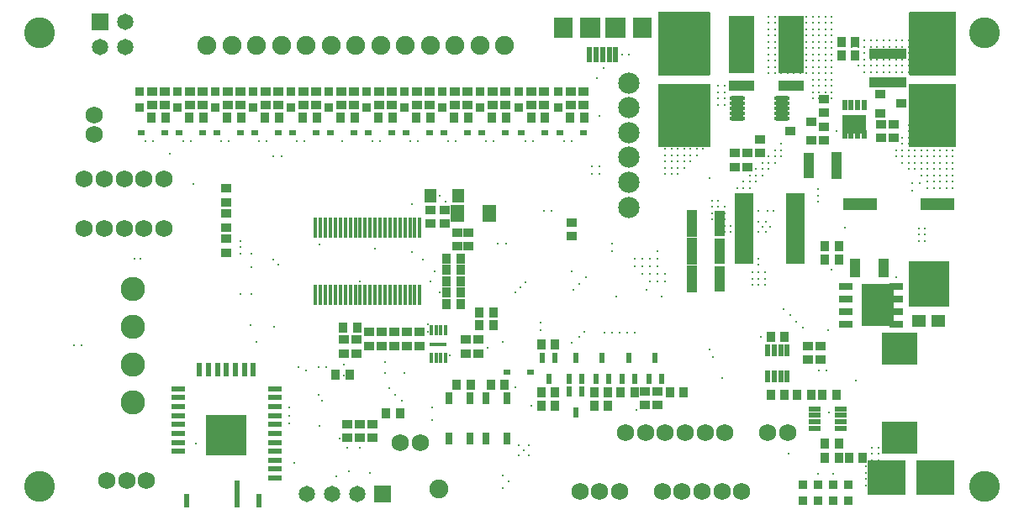
<source format=gts>
G04*
G04 #@! TF.GenerationSoftware,Altium Limited,Altium Designer,18.1.1 (9)*
G04*
G04 Layer_Color=8388736*
%FSAX25Y25*%
%MOIN*%
G70*
G01*
G75*
%ADD19C,0.12205*%
%ADD53R,0.16339X0.18307*%
%ADD54R,0.05709X0.04528*%
%ADD56R,0.04143X0.03356*%
%ADD57R,0.03356X0.04143*%
%ADD58R,0.05301X0.02805*%
%ADD59R,0.04340X0.10836*%
%ADD60R,0.04340X0.10443*%
%ADD61R,0.04931X0.05403*%
%ADD62R,0.02372X0.03947*%
%ADD63R,0.16348X0.16348*%
%ADD64R,0.05718X0.02175*%
%ADD65R,0.02175X0.05718*%
%ADD66R,0.01978X0.10836*%
%ADD67R,0.01584X0.04143*%
%ADD68R,0.06899X0.01387*%
%ADD69R,0.02402X0.04567*%
%ADD70R,0.02568X0.02372*%
%ADD71R,0.04200X0.03800*%
%ADD72R,0.04143X0.07293*%
%ADD73R,0.07293X0.04143*%
%ADD74R,0.10206X0.04104*%
%ADD75R,0.10206X0.22647*%
%ADD76R,0.05324X0.07096*%
%ADD77O,0.01584X0.08080*%
%ADD78R,0.13198X0.04537*%
%ADD79R,0.14379X0.12900*%
%ADD80R,0.04567X0.02402*%
%ADD81R,0.02000X0.06200*%
%ADD82R,0.07700X0.08100*%
%ADD83R,0.08100X0.08100*%
%ADD84R,0.03750X0.03356*%
%ADD85O,0.06112X0.01781*%
%ADD86R,0.02195X0.03592*%
%ADD87R,0.02195X0.04498*%
%ADD88R,0.03159X0.04537*%
%ADD89R,0.07608X0.28159*%
%ADD90R,0.13100X0.16600*%
%ADD91R,0.09261X0.07293*%
%ADD92C,0.06900*%
%ADD93C,0.06506*%
%ADD94R,0.06506X0.06506*%
%ADD95R,0.06506X0.06506*%
%ADD96C,0.09655*%
%ADD97C,0.08474*%
%ADD98C,0.07480*%
%ADD99C,0.07490*%
%ADD100C,0.01200*%
G36*
X0887000Y0735801D02*
X0887047Y0735797D01*
X0887093Y0735786D01*
X0887137Y0735768D01*
X0887177Y0735743D01*
X0887213Y0735713D01*
X0887243Y0735677D01*
X0887268Y0735637D01*
X0887286Y0735593D01*
X0887297Y0735547D01*
X0887301Y0735500D01*
Y0711000D01*
X0887297Y0710953D01*
X0887286Y0710907D01*
X0887268Y0710863D01*
X0887243Y0710823D01*
X0887213Y0710787D01*
X0887177Y0710756D01*
X0887137Y0710732D01*
X0887093Y0710714D01*
X0887047Y0710703D01*
X0887000Y0710699D01*
X0869000D01*
X0868953Y0710703D01*
X0868907Y0710714D01*
X0868863Y0710732D01*
X0868823Y0710756D01*
X0868787Y0710787D01*
X0868756Y0710823D01*
X0868732Y0710863D01*
X0868714Y0710907D01*
X0868703Y0710953D01*
X0868699Y0711000D01*
Y0735500D01*
X0868703Y0735547D01*
X0868714Y0735593D01*
X0868732Y0735637D01*
X0868756Y0735677D01*
X0868787Y0735713D01*
X0868823Y0735744D01*
X0868863Y0735768D01*
X0868907Y0735786D01*
X0868953Y0735797D01*
X0869000Y0735801D01*
X0887000Y0735801D01*
D02*
G37*
G36*
X0789547Y0735797D02*
X0789593Y0735786D01*
X0789637Y0735768D01*
X0789677Y0735744D01*
X0789713Y0735713D01*
X0789744Y0735677D01*
X0789768Y0735637D01*
X0789786Y0735593D01*
X0789797Y0735547D01*
X0789801Y0735500D01*
Y0711000D01*
X0789797Y0710953D01*
X0789786Y0710907D01*
X0789768Y0710863D01*
X0789744Y0710823D01*
X0789713Y0710787D01*
X0789677Y0710756D01*
X0789637Y0710732D01*
X0789593Y0710714D01*
X0789547Y0710703D01*
X0789500Y0710699D01*
X0769500D01*
X0769453Y0710703D01*
X0769407Y0710714D01*
X0769363Y0710732D01*
X0769323Y0710756D01*
X0769287Y0710787D01*
X0769256Y0710823D01*
X0769232Y0710863D01*
X0769214Y0710907D01*
X0769203Y0710953D01*
X0769199Y0711000D01*
Y0735500D01*
X0769203Y0735547D01*
X0769214Y0735593D01*
X0769232Y0735637D01*
X0769256Y0735677D01*
X0769287Y0735713D01*
X0769323Y0735744D01*
X0769363Y0735768D01*
X0769407Y0735786D01*
X0769453Y0735797D01*
X0769500Y0735801D01*
X0789500D01*
X0789547Y0735797D01*
D02*
G37*
G36*
X0887000Y0707301D02*
X0887047Y0707297D01*
X0887093Y0707286D01*
X0887137Y0707268D01*
X0887177Y0707243D01*
X0887213Y0707213D01*
X0887243Y0707177D01*
X0887268Y0707137D01*
X0887286Y0707093D01*
X0887297Y0707047D01*
X0887301Y0707000D01*
Y0682500D01*
X0887297Y0682453D01*
X0887286Y0682407D01*
X0887268Y0682363D01*
X0887243Y0682323D01*
X0887213Y0682287D01*
X0887177Y0682257D01*
X0887137Y0682232D01*
X0887093Y0682214D01*
X0887047Y0682203D01*
X0887000Y0682199D01*
X0869000D01*
X0868953Y0682203D01*
X0868907Y0682214D01*
X0868863Y0682232D01*
X0868823Y0682257D01*
X0868787Y0682287D01*
X0868756Y0682323D01*
X0868732Y0682363D01*
X0868714Y0682407D01*
X0868703Y0682453D01*
X0868699Y0682500D01*
Y0707000D01*
X0868703Y0707047D01*
X0868714Y0707093D01*
X0868732Y0707137D01*
X0868756Y0707177D01*
X0868787Y0707213D01*
X0868823Y0707243D01*
X0868863Y0707268D01*
X0868907Y0707286D01*
X0868953Y0707297D01*
X0869000Y0707301D01*
X0887000Y0707301D01*
D02*
G37*
G36*
X0789547Y0707297D02*
X0789593Y0707286D01*
X0789637Y0707268D01*
X0789677Y0707243D01*
X0789713Y0707213D01*
X0789744Y0707177D01*
X0789768Y0707137D01*
X0789786Y0707093D01*
X0789797Y0707047D01*
X0789801Y0707000D01*
X0789801Y0682500D01*
X0789797Y0682453D01*
X0789786Y0682407D01*
X0789768Y0682363D01*
X0789744Y0682323D01*
X0789713Y0682287D01*
X0789677Y0682257D01*
X0789637Y0682232D01*
X0789593Y0682214D01*
X0789547Y0682203D01*
X0789500Y0682199D01*
X0769500D01*
X0769453Y0682203D01*
X0769407Y0682214D01*
X0769363Y0682232D01*
X0769323Y0682257D01*
X0769287Y0682287D01*
X0769256Y0682323D01*
X0769232Y0682363D01*
X0769214Y0682407D01*
X0769203Y0682453D01*
X0769199Y0682500D01*
Y0707000D01*
X0769203Y0707047D01*
X0769214Y0707093D01*
X0769232Y0707137D01*
X0769256Y0707177D01*
X0769287Y0707213D01*
X0769323Y0707243D01*
X0769363Y0707268D01*
X0769407Y0707286D01*
X0769453Y0707297D01*
X0769500Y0707301D01*
X0789500D01*
X0789547Y0707297D01*
D02*
G37*
G36*
X0886297Y0557797D02*
X0886343Y0557786D01*
X0886387Y0557768D01*
X0886427Y0557744D01*
X0886463Y0557713D01*
X0886493Y0557677D01*
X0886518Y0557637D01*
X0886536Y0557593D01*
X0886547Y0557547D01*
X0886551Y0557500D01*
Y0544500D01*
X0886547Y0544453D01*
X0886536Y0544407D01*
X0886518Y0544363D01*
X0886493Y0544323D01*
X0886463Y0544287D01*
X0886427Y0544256D01*
X0886387Y0544232D01*
X0886343Y0544214D01*
X0886297Y0544203D01*
X0886250Y0544199D01*
X0871750D01*
X0871703Y0544203D01*
X0871657Y0544214D01*
X0871613Y0544232D01*
X0871573Y0544256D01*
X0871537Y0544287D01*
X0871507Y0544323D01*
X0871482Y0544363D01*
X0871464Y0544407D01*
X0871453Y0544453D01*
X0871449Y0544500D01*
Y0557500D01*
X0871453Y0557547D01*
X0871464Y0557593D01*
X0871482Y0557637D01*
X0871507Y0557677D01*
X0871537Y0557713D01*
X0871573Y0557744D01*
X0871613Y0557768D01*
X0871657Y0557786D01*
X0871703Y0557797D01*
X0871750Y0557801D01*
X0886250D01*
X0886297Y0557797D01*
D02*
G37*
G36*
X0867047D02*
X0867093Y0557786D01*
X0867137Y0557768D01*
X0867177Y0557744D01*
X0867213Y0557713D01*
X0867243Y0557677D01*
X0867268Y0557637D01*
X0867286Y0557593D01*
X0867297Y0557547D01*
X0867301Y0557500D01*
Y0544500D01*
X0867297Y0544453D01*
X0867286Y0544407D01*
X0867268Y0544363D01*
X0867243Y0544323D01*
X0867213Y0544287D01*
X0867177Y0544256D01*
X0867137Y0544232D01*
X0867093Y0544214D01*
X0867047Y0544203D01*
X0867000Y0544199D01*
X0852500D01*
X0852453Y0544203D01*
X0852407Y0544214D01*
X0852363Y0544232D01*
X0852323Y0544256D01*
X0852287Y0544287D01*
X0852256Y0544323D01*
X0852232Y0544363D01*
X0852214Y0544407D01*
X0852203Y0544453D01*
X0852199Y0544500D01*
X0852199Y0557500D01*
X0852203Y0557547D01*
X0852214Y0557593D01*
X0852232Y0557637D01*
X0852256Y0557677D01*
X0852287Y0557713D01*
X0852323Y0557744D01*
X0852363Y0557768D01*
X0852407Y0557786D01*
X0852453Y0557797D01*
X0852500Y0557801D01*
X0867000D01*
X0867047Y0557797D01*
D02*
G37*
D19*
X0898500Y0727500D02*
D03*
Y0547500D02*
D03*
X0524000D02*
D03*
Y0727500D02*
D03*
D53*
X0876500Y0627937D02*
D03*
D54*
X0872622Y0613173D02*
D03*
X0880378D02*
D03*
D56*
X0656000Y0566744D02*
D03*
Y0572256D02*
D03*
X0862500Y0691256D02*
D03*
Y0685744D02*
D03*
X0734500Y0704256D02*
D03*
Y0698744D02*
D03*
X0719000Y0704256D02*
D03*
Y0698744D02*
D03*
X0703500Y0704256D02*
D03*
Y0698744D02*
D03*
X0688500Y0704256D02*
D03*
Y0698744D02*
D03*
X0673500Y0704256D02*
D03*
Y0698744D02*
D03*
X0658500Y0704256D02*
D03*
Y0698744D02*
D03*
X0643500Y0704256D02*
D03*
Y0698744D02*
D03*
X0628500Y0704256D02*
D03*
Y0698744D02*
D03*
X0613500Y0704256D02*
D03*
Y0698744D02*
D03*
X0598500Y0704256D02*
D03*
Y0698744D02*
D03*
X0583500Y0704256D02*
D03*
Y0698744D02*
D03*
X0568500Y0704256D02*
D03*
Y0698744D02*
D03*
X0739500D02*
D03*
Y0704256D02*
D03*
X0724000Y0698744D02*
D03*
Y0704256D02*
D03*
X0708500Y0698744D02*
D03*
Y0704256D02*
D03*
X0693500Y0698744D02*
D03*
Y0704256D02*
D03*
X0678500Y0698744D02*
D03*
Y0704256D02*
D03*
X0663500Y0698744D02*
D03*
Y0704256D02*
D03*
X0648500Y0698744D02*
D03*
Y0704256D02*
D03*
X0633500Y0698744D02*
D03*
Y0704256D02*
D03*
X0618500Y0698744D02*
D03*
Y0704256D02*
D03*
X0603500Y0698744D02*
D03*
Y0704256D02*
D03*
X0588500Y0698744D02*
D03*
Y0704256D02*
D03*
X0573500Y0698744D02*
D03*
Y0704256D02*
D03*
X0679000Y0657256D02*
D03*
Y0651744D02*
D03*
X0684500D02*
D03*
Y0657256D02*
D03*
X0646000Y0566744D02*
D03*
X0646000Y0572256D02*
D03*
X0651000Y0566744D02*
D03*
Y0572256D02*
D03*
X0698000Y0600244D02*
D03*
Y0605756D02*
D03*
X0659500Y0603244D02*
D03*
Y0608756D02*
D03*
X0674500D02*
D03*
Y0603244D02*
D03*
X0644500Y0605756D02*
D03*
Y0600244D02*
D03*
X0598000Y0660244D02*
D03*
Y0665756D02*
D03*
Y0650244D02*
D03*
Y0655756D02*
D03*
Y0640244D02*
D03*
Y0645756D02*
D03*
X0735000Y0646744D02*
D03*
Y0652256D02*
D03*
X0689500Y0642744D02*
D03*
Y0648256D02*
D03*
X0694000Y0642744D02*
D03*
Y0648256D02*
D03*
X0693000Y0605756D02*
D03*
Y0600244D02*
D03*
X0769000Y0585256D02*
D03*
X0769000Y0579744D02*
D03*
X0764000D02*
D03*
Y0585256D02*
D03*
X0833500Y0603256D02*
D03*
Y0597744D02*
D03*
X0828500Y0603256D02*
D03*
Y0597744D02*
D03*
X0835000Y0684744D02*
D03*
Y0690256D02*
D03*
X0857500Y0685744D02*
D03*
Y0691256D02*
D03*
X0804500Y0679756D02*
D03*
Y0674244D02*
D03*
X0799500Y0679756D02*
D03*
Y0674244D02*
D03*
X0664500Y0608756D02*
D03*
Y0603244D02*
D03*
X0669500Y0608756D02*
D03*
Y0603244D02*
D03*
X0835000Y0701256D02*
D03*
Y0695744D02*
D03*
X0809500Y0685256D02*
D03*
Y0679744D02*
D03*
X0649500Y0600244D02*
D03*
Y0605756D02*
D03*
X0654500Y0603244D02*
D03*
Y0608756D02*
D03*
D57*
X0666756Y0576500D02*
D03*
X0661244D02*
D03*
X0739756Y0694000D02*
D03*
X0734244D02*
D03*
X0724256D02*
D03*
X0718744D02*
D03*
X0708756D02*
D03*
X0703244D02*
D03*
X0693756D02*
D03*
X0688244D02*
D03*
X0678756D02*
D03*
X0673244D02*
D03*
X0663756D02*
D03*
X0658244D02*
D03*
X0648756D02*
D03*
X0643244D02*
D03*
X0633756D02*
D03*
X0628244D02*
D03*
X0618756D02*
D03*
X0613244D02*
D03*
X0603756D02*
D03*
X0598244D02*
D03*
X0588756D02*
D03*
X0583244D02*
D03*
X0573756D02*
D03*
X0568244D02*
D03*
X0685244Y0638000D02*
D03*
X0690756D02*
D03*
X0689244Y0588000D02*
D03*
X0694756D02*
D03*
X0708256D02*
D03*
X0702744D02*
D03*
X0641244Y0592000D02*
D03*
X0646756Y0592000D02*
D03*
X0698244Y0611500D02*
D03*
X0703756D02*
D03*
Y0616500D02*
D03*
X0698244D02*
D03*
X0690756Y0620000D02*
D03*
X0685244D02*
D03*
X0819256Y0584000D02*
D03*
X0813744D02*
D03*
X0819256Y0607000D02*
D03*
X0813744D02*
D03*
X0754244Y0585000D02*
D03*
X0759756D02*
D03*
X0722744Y0579500D02*
D03*
X0728256D02*
D03*
X0722744Y0604000D02*
D03*
X0728256D02*
D03*
X0722744Y0585000D02*
D03*
X0728256D02*
D03*
X0749256Y0579500D02*
D03*
X0743744D02*
D03*
Y0585000D02*
D03*
X0749256D02*
D03*
X0779256D02*
D03*
X0773744D02*
D03*
X0850256Y0559000D02*
D03*
X0844744D02*
D03*
X0685244Y0629000D02*
D03*
X0690756D02*
D03*
X0649756Y0610500D02*
D03*
X0644244D02*
D03*
X0840756Y0643000D02*
D03*
X0835244D02*
D03*
Y0637500D02*
D03*
X0840756D02*
D03*
X0841744Y0724000D02*
D03*
X0847256D02*
D03*
X0829756Y0584000D02*
D03*
X0824244D02*
D03*
X0690756Y0624500D02*
D03*
X0685244D02*
D03*
X0690756Y0633500D02*
D03*
X0685244D02*
D03*
X0841744Y0718500D02*
D03*
X0847256D02*
D03*
X0839756Y0584000D02*
D03*
X0834244D02*
D03*
X0840756Y0564500D02*
D03*
X0835244D02*
D03*
X0840756Y0559000D02*
D03*
X0835244D02*
D03*
D58*
X0863451Y0612000D02*
D03*
Y0617000D02*
D03*
Y0622000D02*
D03*
Y0627000D02*
D03*
X0843549Y0612000D02*
D03*
Y0617000D02*
D03*
Y0622000D02*
D03*
Y0627000D02*
D03*
D59*
X0782488Y0641000D02*
D03*
X0840012Y0675000D02*
D03*
X0782488Y0652000D02*
D03*
Y0630000D02*
D03*
D60*
X0793512Y0641000D02*
D03*
X0828988Y0675000D02*
D03*
X0793512Y0652000D02*
D03*
Y0630000D02*
D03*
D61*
X0678988Y0663000D02*
D03*
X0690012D02*
D03*
D62*
X0736500Y0576846D02*
D03*
X0733941Y0585154D02*
D03*
X0739059D02*
D03*
X0725819Y0590346D02*
D03*
X0723260Y0598654D02*
D03*
X0728378D02*
D03*
X0736500D02*
D03*
X0739059Y0590346D02*
D03*
X0733941D02*
D03*
X0747000Y0598654D02*
D03*
X0749559Y0590346D02*
D03*
X0744441D02*
D03*
X0754941D02*
D03*
X0760059D02*
D03*
X0757500Y0598654D02*
D03*
X0765441Y0590346D02*
D03*
X0770559D02*
D03*
X0768000Y0598654D02*
D03*
D63*
X0598000Y0568000D02*
D03*
D64*
X0617095Y0550874D02*
D03*
Y0554417D02*
D03*
Y0557961D02*
D03*
Y0561504D02*
D03*
Y0565047D02*
D03*
Y0568590D02*
D03*
Y0572134D02*
D03*
Y0575677D02*
D03*
Y0579220D02*
D03*
Y0582764D02*
D03*
Y0586307D02*
D03*
X0578905D02*
D03*
Y0582764D02*
D03*
Y0579220D02*
D03*
Y0575677D02*
D03*
Y0572134D02*
D03*
Y0568590D02*
D03*
Y0565047D02*
D03*
Y0561504D02*
D03*
D65*
X0587370Y0593984D02*
D03*
X0590913D02*
D03*
X0594457D02*
D03*
X0598000D02*
D03*
X0601543D02*
D03*
X0605087D02*
D03*
X0608630D02*
D03*
X0610795Y0542016D02*
D03*
X0582252D02*
D03*
D66*
X0602134Y0544575D02*
D03*
D67*
X0679094Y0598500D02*
D03*
X0681063D02*
D03*
X0683031D02*
D03*
X0685000D02*
D03*
X0679094Y0609484D02*
D03*
X0681063D02*
D03*
X0683032D02*
D03*
X0685000D02*
D03*
D68*
X0682047Y0603992D02*
D03*
D69*
X0820339Y0601618D02*
D03*
X0817780D02*
D03*
X0815221D02*
D03*
Y0591382D02*
D03*
X0817780D02*
D03*
X0820339D02*
D03*
X0812661D02*
D03*
Y0601618D02*
D03*
D70*
X0709374Y0593000D02*
D03*
X0718626D02*
D03*
X0573626Y0688000D02*
D03*
X0564374D02*
D03*
X0739626D02*
D03*
X0730374D02*
D03*
X0724126D02*
D03*
X0714874D02*
D03*
X0708626D02*
D03*
X0699374D02*
D03*
X0693626D02*
D03*
X0684374D02*
D03*
X0678626D02*
D03*
X0669374D02*
D03*
X0663626D02*
D03*
X0654374D02*
D03*
X0648626D02*
D03*
X0639374D02*
D03*
X0633626D02*
D03*
X0624374D02*
D03*
X0618626D02*
D03*
X0609374D02*
D03*
X0603626D02*
D03*
X0594374D02*
D03*
X0588626D02*
D03*
X0579374D02*
D03*
D71*
X0857063Y0703240D02*
D03*
Y0695700D02*
D03*
X0865400Y0699500D02*
D03*
X0829937Y0684760D02*
D03*
Y0692300D02*
D03*
X0821600Y0688500D02*
D03*
D72*
X0847291Y0634100D02*
D03*
X0858709D02*
D03*
D73*
X0856500Y0707791D02*
D03*
Y0719209D02*
D03*
X0864000Y0707791D02*
D03*
Y0719209D02*
D03*
D74*
X0802236Y0706724D02*
D03*
X0821764D02*
D03*
D75*
Y0723004D02*
D03*
X0802236D02*
D03*
D76*
X0689701Y0656000D02*
D03*
X0702299D02*
D03*
D77*
X0633331Y0623713D02*
D03*
X0635299D02*
D03*
X0637268D02*
D03*
X0639236D02*
D03*
X0641205D02*
D03*
X0643173D02*
D03*
X0645142D02*
D03*
X0647110D02*
D03*
X0649079D02*
D03*
X0651047D02*
D03*
X0653016D02*
D03*
X0654984D02*
D03*
X0656953D02*
D03*
X0658921D02*
D03*
X0660890D02*
D03*
X0662858D02*
D03*
X0664827D02*
D03*
X0666795D02*
D03*
X0668764D02*
D03*
X0670732D02*
D03*
X0672701D02*
D03*
X0674669D02*
D03*
X0633331Y0650287D02*
D03*
X0635299D02*
D03*
X0637268D02*
D03*
X0639236D02*
D03*
X0641205D02*
D03*
X0643173D02*
D03*
X0645142D02*
D03*
X0647110D02*
D03*
X0649079D02*
D03*
X0651047D02*
D03*
X0653016D02*
D03*
X0654984D02*
D03*
X0656953D02*
D03*
X0658921D02*
D03*
X0660890D02*
D03*
X0662858D02*
D03*
X0664827D02*
D03*
X0666795D02*
D03*
X0668764D02*
D03*
X0670732D02*
D03*
X0672701D02*
D03*
X0674669D02*
D03*
D78*
X0879854Y0659500D02*
D03*
X0849146D02*
D03*
D79*
X0865000Y0602100D02*
D03*
Y0566900D02*
D03*
D80*
X0831382Y0578339D02*
D03*
Y0575780D02*
D03*
Y0573220D02*
D03*
X0841618D02*
D03*
Y0575780D02*
D03*
Y0578339D02*
D03*
Y0570661D02*
D03*
X0831382D02*
D03*
D81*
X0752370Y0719000D02*
D03*
X0742052D02*
D03*
X0749811D02*
D03*
X0747252D02*
D03*
X0744652D02*
D03*
D82*
X0763000Y0729500D02*
D03*
X0731452D02*
D03*
D83*
X0752252D02*
D03*
X0742252D02*
D03*
D84*
X0826500Y0548150D02*
D03*
X0826500Y0541850D02*
D03*
X0838500Y0548150D02*
D03*
X0838500Y0541850D02*
D03*
X0844500Y0548150D02*
D03*
Y0541850D02*
D03*
X0832500Y0548150D02*
D03*
Y0541850D02*
D03*
X0563500Y0697850D02*
D03*
Y0704150D02*
D03*
X0578500Y0697850D02*
D03*
Y0704150D02*
D03*
X0593500Y0697850D02*
D03*
Y0704150D02*
D03*
X0608500Y0697850D02*
D03*
Y0704150D02*
D03*
X0623500Y0697850D02*
D03*
Y0704150D02*
D03*
X0638500Y0697850D02*
D03*
Y0704150D02*
D03*
X0653500Y0697850D02*
D03*
Y0704150D02*
D03*
X0668500Y0697850D02*
D03*
Y0704150D02*
D03*
X0683500Y0697850D02*
D03*
Y0704150D02*
D03*
X0698500Y0697850D02*
D03*
Y0704150D02*
D03*
X0714000Y0697850D02*
D03*
Y0704150D02*
D03*
X0729500Y0697850D02*
D03*
Y0704150D02*
D03*
D85*
X0800642Y0701437D02*
D03*
Y0699469D02*
D03*
Y0697500D02*
D03*
Y0695531D02*
D03*
Y0693563D02*
D03*
X0818358Y0701437D02*
D03*
Y0699469D02*
D03*
Y0697500D02*
D03*
Y0695531D02*
D03*
Y0693563D02*
D03*
D86*
X0843102Y0687198D02*
D03*
X0845701D02*
D03*
X0848299D02*
D03*
X0850898D02*
D03*
D87*
X0843102Y0698950D02*
D03*
X0845701D02*
D03*
X0848299D02*
D03*
X0850898D02*
D03*
D88*
X0694634Y0582571D02*
D03*
X0686366D02*
D03*
X0694634Y0566429D02*
D03*
X0686366D02*
D03*
X0709134Y0582571D02*
D03*
X0700866D02*
D03*
X0709134Y0566429D02*
D03*
X0700866D02*
D03*
D89*
X0823657Y0650000D02*
D03*
X0803343D02*
D03*
D90*
X0856250Y0619500D02*
D03*
D91*
X0847000Y0691135D02*
D03*
D92*
X0674874Y0565000D02*
D03*
X0667000D02*
D03*
X0753874Y0545500D02*
D03*
X0738126D02*
D03*
X0746000D02*
D03*
X0795685Y0569000D02*
D03*
X0787811D02*
D03*
X0779937D02*
D03*
X0772037D02*
D03*
X0764137D02*
D03*
X0756263D02*
D03*
X0770752Y0545500D02*
D03*
X0778626D02*
D03*
X0786500D02*
D03*
X0794400D02*
D03*
X0802300D02*
D03*
X0573248Y0650000D02*
D03*
X0565374D02*
D03*
X0557500D02*
D03*
X0549600D02*
D03*
X0541700D02*
D03*
X0573248Y0669500D02*
D03*
X0565374D02*
D03*
X0557500D02*
D03*
X0549600D02*
D03*
X0541700D02*
D03*
X0550626Y0550000D02*
D03*
X0566374D02*
D03*
X0558500D02*
D03*
X0812563Y0569000D02*
D03*
X0820437D02*
D03*
X0545500Y0687126D02*
D03*
Y0695000D02*
D03*
D93*
X0558000Y0722000D02*
D03*
X0548000D02*
D03*
X0558000Y0732000D02*
D03*
X0630000Y0544500D02*
D03*
X0640000D02*
D03*
X0650000D02*
D03*
D94*
X0548000Y0732000D02*
D03*
D95*
X0660000Y0544500D02*
D03*
D96*
X0561000Y0626000D02*
D03*
Y0611000D02*
D03*
Y0596000D02*
D03*
Y0581000D02*
D03*
D97*
X0757500Y0707606D02*
D03*
Y0697764D02*
D03*
Y0687921D02*
D03*
Y0678079D02*
D03*
Y0668236D02*
D03*
Y0658394D02*
D03*
D98*
X0682085Y0546500D02*
D03*
D99*
X0590260Y0722500D02*
D03*
X0600102D02*
D03*
X0609945D02*
D03*
X0619787D02*
D03*
X0629630D02*
D03*
X0639472D02*
D03*
X0649315D02*
D03*
X0659157D02*
D03*
X0669000D02*
D03*
X0678843D02*
D03*
X0688685D02*
D03*
X0698528D02*
D03*
X0708370D02*
D03*
D100*
X0655000Y0553000D02*
D03*
X0661500Y0576500D02*
D03*
X0656000Y0572500D02*
D03*
X0760500Y0578000D02*
D03*
X0856500Y0563000D02*
D03*
X0854000D02*
D03*
Y0545500D02*
D03*
X0856500D02*
D03*
X0851500Y0548000D02*
D03*
X0851500Y0550500D02*
D03*
Y0558000D02*
D03*
X0851500Y0555500D02*
D03*
Y0553000D02*
D03*
X0854000Y0548000D02*
D03*
Y0550500D02*
D03*
Y0558000D02*
D03*
Y0555500D02*
D03*
Y0553000D02*
D03*
X0856500Y0548000D02*
D03*
Y0550500D02*
D03*
Y0558000D02*
D03*
Y0555500D02*
D03*
Y0553000D02*
D03*
X0851500Y0560500D02*
D03*
X0854000D02*
D03*
X0856500D02*
D03*
X0722500Y0609500D02*
D03*
Y0612500D02*
D03*
X0735000Y0633000D02*
D03*
X0740500Y0630500D02*
D03*
X0738000Y0628000D02*
D03*
X0735500Y0625500D02*
D03*
X0707500Y0552000D02*
D03*
X0710000Y0549500D02*
D03*
X0707500Y0547000D02*
D03*
X0540500Y0603500D02*
D03*
X0537500D02*
D03*
X0564000Y0638000D02*
D03*
X0585000Y0667500D02*
D03*
X0863500Y0678500D02*
D03*
Y0681000D02*
D03*
X0866000Y0686000D02*
D03*
Y0683500D02*
D03*
X0868500Y0691000D02*
D03*
Y0688500D02*
D03*
X0866000Y0681000D02*
D03*
Y0678500D02*
D03*
Y0676000D02*
D03*
X0870000Y0665000D02*
D03*
X0840000Y0688500D02*
D03*
X0870013Y0667987D02*
D03*
X0760000Y0638000D02*
D03*
Y0635000D02*
D03*
X0766000Y0629000D02*
D03*
X0769000D02*
D03*
X0772000D02*
D03*
Y0632000D02*
D03*
X0626500Y0595000D02*
D03*
X0608000Y0634500D02*
D03*
X0644500Y0596000D02*
D03*
X0608000Y0624000D02*
D03*
X0603500D02*
D03*
X0598000Y0650500D02*
D03*
X0754000Y0608500D02*
D03*
X0712500Y0624500D02*
D03*
X0760000Y0608500D02*
D03*
X0716500Y0628500D02*
D03*
X0757000Y0608500D02*
D03*
X0714500Y0626500D02*
D03*
X0813000Y0678500D02*
D03*
X0818000Y0683500D02*
D03*
Y0681000D02*
D03*
Y0678500D02*
D03*
X0846000Y0722000D02*
D03*
Y0719500D02*
D03*
Y0717000D02*
D03*
X0848500Y0714500D02*
D03*
X0851000Y0712000D02*
D03*
X0848500Y0717000D02*
D03*
Y0719500D02*
D03*
X0873500Y0734500D02*
D03*
Y0732000D02*
D03*
Y0729500D02*
D03*
X0561500Y0638000D02*
D03*
X0838000Y0633500D02*
D03*
X0794500Y0590500D02*
D03*
X0657000Y0642000D02*
D03*
X0795500Y0699000D02*
D03*
X0793000D02*
D03*
X0795500Y0701500D02*
D03*
X0793000D02*
D03*
Y0704000D02*
D03*
X0795500D02*
D03*
Y0706500D02*
D03*
X0793000D02*
D03*
X0832500Y0660500D02*
D03*
Y0663000D02*
D03*
Y0665500D02*
D03*
X0772000Y0699000D02*
D03*
X0748000Y0608500D02*
D03*
X0740000Y0609000D02*
D03*
X0738000Y0607000D02*
D03*
X0751000Y0608500D02*
D03*
X0810000Y0607000D02*
D03*
X0755000Y0591000D02*
D03*
X0719000Y0579500D02*
D03*
X0689500Y0648500D02*
D03*
X0694000D02*
D03*
X0763000Y0732000D02*
D03*
X0765500D02*
D03*
Y0729500D02*
D03*
X0763000Y0727000D02*
D03*
X0765500D02*
D03*
X0763000Y0729500D02*
D03*
X0760500Y0732000D02*
D03*
Y0727000D02*
D03*
Y0729500D02*
D03*
X0789500Y0670000D02*
D03*
X0777000Y0671500D02*
D03*
X0779500Y0674000D02*
D03*
X0782000Y0676500D02*
D03*
X0784500Y0679000D02*
D03*
X0787000Y0681500D02*
D03*
X0789500Y0684000D02*
D03*
X0876000Y0666000D02*
D03*
X0868500Y0673500D02*
D03*
X0876000Y0668500D02*
D03*
X0878500Y0666000D02*
D03*
Y0668500D02*
D03*
X0876000Y0671000D02*
D03*
X0873500D02*
D03*
X0871000Y0673500D02*
D03*
X0868500Y0676000D02*
D03*
X0873000Y0668000D02*
D03*
X0868500Y0686000D02*
D03*
X0871000Y0691000D02*
D03*
X0873500Y0693500D02*
D03*
Y0696000D02*
D03*
Y0698500D02*
D03*
Y0701000D02*
D03*
Y0703500D02*
D03*
Y0706000D02*
D03*
X0813000Y0714000D02*
D03*
Y0711500D02*
D03*
Y0734000D02*
D03*
Y0731500D02*
D03*
Y0729000D02*
D03*
Y0726500D02*
D03*
Y0724000D02*
D03*
Y0721500D02*
D03*
Y0719000D02*
D03*
Y0716500D02*
D03*
X0838000Y0724000D02*
D03*
X0815500Y0711500D02*
D03*
Y0714000D02*
D03*
Y0716500D02*
D03*
Y0724000D02*
D03*
Y0726500D02*
D03*
Y0729000D02*
D03*
Y0719000D02*
D03*
Y0721500D02*
D03*
Y0731500D02*
D03*
Y0734000D02*
D03*
X0878500Y0671000D02*
D03*
X0868500Y0678500D02*
D03*
Y0681000D02*
D03*
Y0683500D02*
D03*
X0815500Y0681000D02*
D03*
Y0678500D02*
D03*
Y0676000D02*
D03*
X0810500D02*
D03*
X0813000D02*
D03*
Y0673500D02*
D03*
X0808000D02*
D03*
X0810500D02*
D03*
Y0671000D02*
D03*
X0808000D02*
D03*
Y0668500D02*
D03*
X0805500Y0671000D02*
D03*
X0803000Y0668500D02*
D03*
X0805500D02*
D03*
X0800500Y0666000D02*
D03*
X0803000D02*
D03*
X0805500D02*
D03*
X0881000Y0671000D02*
D03*
X0883500D02*
D03*
X0886000D02*
D03*
X0881000Y0668500D02*
D03*
X0883500D02*
D03*
X0886000D02*
D03*
Y0666000D02*
D03*
X0883500D02*
D03*
X0881000D02*
D03*
X0752500Y0623000D02*
D03*
X0709000Y0644000D02*
D03*
X0705500D02*
D03*
X0728500Y0598500D02*
D03*
X0671500Y0640500D02*
D03*
X0678000Y0609000D02*
D03*
Y0612000D02*
D03*
X0707500Y0605000D02*
D03*
X0701500Y0602500D02*
D03*
X0872500Y0650000D02*
D03*
X0586000Y0564500D02*
D03*
X0772000Y0671500D02*
D03*
Y0674000D02*
D03*
Y0676500D02*
D03*
X0774500Y0671500D02*
D03*
X0789500Y0686500D02*
D03*
Y0689000D02*
D03*
Y0691500D02*
D03*
Y0704000D02*
D03*
Y0701500D02*
D03*
Y0699000D02*
D03*
Y0696500D02*
D03*
Y0694000D02*
D03*
Y0706500D02*
D03*
X0784500Y0681500D02*
D03*
X0782000D02*
D03*
Y0679000D02*
D03*
X0777000Y0674000D02*
D03*
X0779500Y0676500D02*
D03*
X0777000D02*
D03*
X0779500Y0679000D02*
D03*
X0777000D02*
D03*
X0779500Y0681500D02*
D03*
X0777000D02*
D03*
X0774500Y0674000D02*
D03*
Y0676500D02*
D03*
Y0679000D02*
D03*
X0772000D02*
D03*
X0774500Y0681500D02*
D03*
X0772000D02*
D03*
X0787000Y0706500D02*
D03*
X0784500D02*
D03*
X0782000D02*
D03*
X0779500D02*
D03*
X0772000Y0704000D02*
D03*
X0774500Y0699000D02*
D03*
Y0701500D02*
D03*
X0772000D02*
D03*
X0774500Y0704000D02*
D03*
Y0706500D02*
D03*
X0772000D02*
D03*
Y0696500D02*
D03*
X0774500D02*
D03*
X0772000Y0694000D02*
D03*
X0774500D02*
D03*
X0772000Y0691500D02*
D03*
X0774500D02*
D03*
X0772000Y0689000D02*
D03*
X0774500D02*
D03*
X0772000Y0686500D02*
D03*
X0774500D02*
D03*
X0772000Y0684000D02*
D03*
X0774500D02*
D03*
X0777000Y0706500D02*
D03*
Y0694000D02*
D03*
X0779500D02*
D03*
X0782000D02*
D03*
X0784500D02*
D03*
X0787000D02*
D03*
Y0696500D02*
D03*
X0784500D02*
D03*
X0782000D02*
D03*
X0779500D02*
D03*
X0777000D02*
D03*
X0787000Y0699000D02*
D03*
X0784500D02*
D03*
X0782000D02*
D03*
X0779500D02*
D03*
X0777000D02*
D03*
X0787000Y0701500D02*
D03*
X0784500D02*
D03*
X0782000D02*
D03*
X0779500D02*
D03*
X0777000D02*
D03*
X0787000Y0704000D02*
D03*
X0784500D02*
D03*
X0782000D02*
D03*
X0779500D02*
D03*
X0777000D02*
D03*
Y0691500D02*
D03*
X0779500D02*
D03*
X0782000D02*
D03*
X0784500D02*
D03*
X0787000D02*
D03*
X0777000Y0689000D02*
D03*
X0779500D02*
D03*
X0782000D02*
D03*
X0784500D02*
D03*
X0787000D02*
D03*
X0777000Y0686500D02*
D03*
X0779500D02*
D03*
X0782000D02*
D03*
X0784500D02*
D03*
X0787000D02*
D03*
Y0684000D02*
D03*
X0784500D02*
D03*
X0782000D02*
D03*
X0779500D02*
D03*
X0777000D02*
D03*
X0871000Y0676000D02*
D03*
Y0678500D02*
D03*
Y0681000D02*
D03*
Y0683500D02*
D03*
Y0686000D02*
D03*
Y0688500D02*
D03*
X0873500Y0673500D02*
D03*
Y0676000D02*
D03*
Y0678500D02*
D03*
Y0681000D02*
D03*
X0876000Y0673500D02*
D03*
X0878500D02*
D03*
X0881000D02*
D03*
X0883500D02*
D03*
X0886000D02*
D03*
Y0676000D02*
D03*
X0883500D02*
D03*
X0881000D02*
D03*
X0878500D02*
D03*
X0876000D02*
D03*
X0886000Y0678500D02*
D03*
X0883500D02*
D03*
X0881000D02*
D03*
X0878500D02*
D03*
X0876000D02*
D03*
X0886000Y0681000D02*
D03*
X0883500D02*
D03*
X0881000D02*
D03*
X0878500D02*
D03*
X0876000D02*
D03*
Y0706000D02*
D03*
X0878500D02*
D03*
X0881000D02*
D03*
X0883500D02*
D03*
X0886000D02*
D03*
X0876000Y0703500D02*
D03*
X0878500D02*
D03*
X0881000D02*
D03*
X0883500D02*
D03*
X0886000D02*
D03*
X0876000Y0701000D02*
D03*
X0878500D02*
D03*
X0881000D02*
D03*
X0883500D02*
D03*
X0886000D02*
D03*
X0876000Y0698500D02*
D03*
X0878500D02*
D03*
X0881000D02*
D03*
X0883500D02*
D03*
X0886000D02*
D03*
X0876000Y0696000D02*
D03*
X0878500D02*
D03*
X0881000D02*
D03*
X0883500D02*
D03*
X0886000D02*
D03*
X0876000Y0693500D02*
D03*
X0878500D02*
D03*
X0881000D02*
D03*
X0883500D02*
D03*
X0886000D02*
D03*
X0873500Y0691000D02*
D03*
X0876000D02*
D03*
X0878500D02*
D03*
X0881000D02*
D03*
X0883500D02*
D03*
X0886000D02*
D03*
X0873500Y0688500D02*
D03*
X0876000D02*
D03*
X0878500D02*
D03*
X0881000D02*
D03*
X0883500D02*
D03*
X0886000D02*
D03*
X0873500Y0686000D02*
D03*
X0876000D02*
D03*
X0878500D02*
D03*
X0881000D02*
D03*
X0883500D02*
D03*
X0886000D02*
D03*
Y0683500D02*
D03*
X0883500D02*
D03*
X0881000D02*
D03*
X0878500D02*
D03*
X0876000D02*
D03*
X0873500D02*
D03*
X0603500Y0645000D02*
D03*
Y0642500D02*
D03*
Y0640000D02*
D03*
X0629500Y0593500D02*
D03*
X0635000Y0643500D02*
D03*
Y0571500D02*
D03*
X0682500Y0663000D02*
D03*
X0685000Y0660500D02*
D03*
X0757500Y0719000D02*
D03*
X0686500Y0599500D02*
D03*
X0735000Y0604500D02*
D03*
X0679500Y0579000D02*
D03*
Y0574000D02*
D03*
X0643000Y0566500D02*
D03*
X0826500Y0542000D02*
D03*
X0832500D02*
D03*
X0838500D02*
D03*
X0844500D02*
D03*
X0837000Y0577000D02*
D03*
X0847500Y0589500D02*
D03*
X0836000Y0593500D02*
D03*
X0833000D02*
D03*
X0662500Y0586500D02*
D03*
X0665000Y0584000D02*
D03*
X0667500Y0581500D02*
D03*
X0636000D02*
D03*
X0634500Y0584000D02*
D03*
X0671500Y0659500D02*
D03*
X0668500Y0592500D02*
D03*
X0661000D02*
D03*
X0623000Y0572500D02*
D03*
X0625000Y0557000D02*
D03*
X0607500Y0611500D02*
D03*
X0623000Y0579000D02*
D03*
Y0575500D02*
D03*
X0644500Y0591500D02*
D03*
X0651000Y0563000D02*
D03*
X0646000Y0572500D02*
D03*
X0651000D02*
D03*
X0646000Y0563000D02*
D03*
X0634500Y0595000D02*
D03*
X0825500Y0642500D02*
D03*
X0823000D02*
D03*
X0820500D02*
D03*
Y0645000D02*
D03*
X0823000D02*
D03*
X0825500D02*
D03*
X0820500Y0647500D02*
D03*
X0823000D02*
D03*
X0825500D02*
D03*
X0820500Y0650000D02*
D03*
X0823000D02*
D03*
X0825500D02*
D03*
X0820500Y0652500D02*
D03*
X0823000D02*
D03*
X0825500D02*
D03*
X0769000Y0641000D02*
D03*
X0766000Y0632000D02*
D03*
X0763000D02*
D03*
X0769000D02*
D03*
X0766000Y0635000D02*
D03*
X0763000D02*
D03*
X0769000D02*
D03*
Y0638000D02*
D03*
X0763000D02*
D03*
X0789500Y0602000D02*
D03*
X0568500Y0698500D02*
D03*
X0583500D02*
D03*
X0598500D02*
D03*
X0613500D02*
D03*
X0628500D02*
D03*
X0643500D02*
D03*
X0658500D02*
D03*
X0673500D02*
D03*
X0688500D02*
D03*
X0703500D02*
D03*
X0719000D02*
D03*
X0734500D02*
D03*
X0745000Y0709500D02*
D03*
X0826500Y0610500D02*
D03*
X0824000Y0613000D02*
D03*
X0821500Y0615500D02*
D03*
X0819000Y0618000D02*
D03*
X0836500Y0609500D02*
D03*
X0718000Y0560000D02*
D03*
X0714000D02*
D03*
Y0564000D02*
D03*
X0718000D02*
D03*
X0716000Y0562000D02*
D03*
X0821000Y0560500D02*
D03*
X0791000Y0599000D02*
D03*
X0728000Y0579500D02*
D03*
X0712500Y0587000D02*
D03*
X0698000Y0605500D02*
D03*
X0693000D02*
D03*
X0617000Y0611000D02*
D03*
X0598000Y0655500D02*
D03*
X0610000Y0605000D02*
D03*
X0608000Y0640000D02*
D03*
X0618500Y0635500D02*
D03*
X0616500Y0637500D02*
D03*
X0637500Y0595000D02*
D03*
X0641500Y0551500D02*
D03*
X0646500Y0553500D02*
D03*
X0676000Y0637500D02*
D03*
X0680500Y0633000D02*
D03*
X0679000Y0629000D02*
D03*
X0685000Y0620000D02*
D03*
X0746000Y0671500D02*
D03*
X0809000Y0657000D02*
D03*
Y0638000D02*
D03*
Y0635500D02*
D03*
X0770500Y0623000D02*
D03*
X0764500Y0625500D02*
D03*
X0751000Y0644000D02*
D03*
Y0641000D02*
D03*
X0651000Y0629000D02*
D03*
X0620000Y0678500D02*
D03*
X0616500D02*
D03*
X0575500Y0679500D02*
D03*
X0563500Y0698000D02*
D03*
Y0687500D02*
D03*
X0729500Y0698000D02*
D03*
X0714000D02*
D03*
X0698500D02*
D03*
X0683500D02*
D03*
X0668500D02*
D03*
X0653500D02*
D03*
X0638500D02*
D03*
X0623500D02*
D03*
X0608500D02*
D03*
X0593500D02*
D03*
X0578500D02*
D03*
X0695500Y0587500D02*
D03*
X0881000Y0729500D02*
D03*
X0883500D02*
D03*
X0886000D02*
D03*
X0878500D02*
D03*
X0876000D02*
D03*
X0881000Y0732000D02*
D03*
X0883500D02*
D03*
X0886000D02*
D03*
X0878500D02*
D03*
X0876000D02*
D03*
X0881000Y0734500D02*
D03*
X0883500D02*
D03*
X0886000D02*
D03*
X0878500D02*
D03*
X0876000D02*
D03*
X0873500Y0727000D02*
D03*
X0876000D02*
D03*
X0878500D02*
D03*
X0886000D02*
D03*
X0883500D02*
D03*
X0881000D02*
D03*
X0873500Y0724500D02*
D03*
X0876000D02*
D03*
X0878500D02*
D03*
X0886000D02*
D03*
X0883500D02*
D03*
X0881000D02*
D03*
X0873500Y0722000D02*
D03*
X0876000D02*
D03*
X0878500D02*
D03*
X0886000D02*
D03*
X0883500D02*
D03*
X0881000D02*
D03*
X0873500Y0719500D02*
D03*
X0876000D02*
D03*
X0878500D02*
D03*
X0886000D02*
D03*
X0883500D02*
D03*
X0881000D02*
D03*
X0873500Y0717000D02*
D03*
X0876000D02*
D03*
X0878500D02*
D03*
X0886000D02*
D03*
X0883500D02*
D03*
X0881000D02*
D03*
X0873500Y0714500D02*
D03*
X0876000D02*
D03*
X0878500D02*
D03*
X0886000D02*
D03*
X0883500D02*
D03*
X0881000D02*
D03*
Y0712000D02*
D03*
X0883500D02*
D03*
X0886000D02*
D03*
X0878500D02*
D03*
X0876000D02*
D03*
X0873500D02*
D03*
X0853500D02*
D03*
X0856000D02*
D03*
X0858500D02*
D03*
X0871000D02*
D03*
X0868500D02*
D03*
X0866000D02*
D03*
X0863500D02*
D03*
X0861000D02*
D03*
Y0714500D02*
D03*
X0863500D02*
D03*
X0866000D02*
D03*
X0868500D02*
D03*
X0871000D02*
D03*
X0858500D02*
D03*
X0856000D02*
D03*
X0853500D02*
D03*
X0851000D02*
D03*
X0861000Y0717000D02*
D03*
X0863500D02*
D03*
X0866000D02*
D03*
X0868500D02*
D03*
X0871000D02*
D03*
X0858500D02*
D03*
X0856000D02*
D03*
X0853500D02*
D03*
X0851000D02*
D03*
X0861000Y0719500D02*
D03*
X0863500D02*
D03*
X0866000D02*
D03*
X0868500D02*
D03*
X0871000D02*
D03*
X0858500D02*
D03*
X0856000D02*
D03*
X0853500D02*
D03*
X0851000D02*
D03*
X0861000Y0722000D02*
D03*
X0863500D02*
D03*
X0866000D02*
D03*
X0868500D02*
D03*
X0871000D02*
D03*
X0858500D02*
D03*
X0856000D02*
D03*
X0853500D02*
D03*
X0851000D02*
D03*
X0848500D02*
D03*
X0861000Y0724500D02*
D03*
X0863500D02*
D03*
X0866000D02*
D03*
X0868500D02*
D03*
X0871000D02*
D03*
X0858500D02*
D03*
X0856000D02*
D03*
X0853500D02*
D03*
X0851000D02*
D03*
X0848500D02*
D03*
X0875000Y0645000D02*
D03*
X0872500D02*
D03*
Y0647500D02*
D03*
X0875000D02*
D03*
Y0650000D02*
D03*
X0838500Y0552500D02*
D03*
X0727000Y0657000D02*
D03*
X0724000D02*
D03*
X0743000Y0671500D02*
D03*
X0746000Y0674500D02*
D03*
X0743000D02*
D03*
X0790500Y0661000D02*
D03*
Y0658500D02*
D03*
Y0656000D02*
D03*
Y0653500D02*
D03*
X0793000Y0661000D02*
D03*
Y0658500D02*
D03*
X0795500D02*
D03*
X0793000Y0656000D02*
D03*
X0795500D02*
D03*
X0793000Y0653500D02*
D03*
X0795500D02*
D03*
X0793000Y0651000D02*
D03*
Y0648500D02*
D03*
X0795500Y0651000D02*
D03*
X0798000D02*
D03*
X0795500Y0648500D02*
D03*
X0798000D02*
D03*
X0755000Y0719000D02*
D03*
X0832500Y0552500D02*
D03*
X0863500Y0630500D02*
D03*
X0813500Y0650500D02*
D03*
X0815000Y0657000D02*
D03*
X0812500D02*
D03*
X0809000Y0648500D02*
D03*
X0810500Y0650500D02*
D03*
X0809000Y0652500D02*
D03*
X0812000D02*
D03*
X0806500Y0627500D02*
D03*
X0809000D02*
D03*
X0811500D02*
D03*
Y0630000D02*
D03*
X0809000D02*
D03*
X0806500D02*
D03*
X0811500Y0632500D02*
D03*
X0809000D02*
D03*
X0806500D02*
D03*
X0812000Y0648500D02*
D03*
X0843000Y0724000D02*
D03*
X0773000Y0721500D02*
D03*
X0775500D02*
D03*
X0778000D02*
D03*
Y0724000D02*
D03*
X0775500D02*
D03*
X0773000D02*
D03*
X0778000Y0726500D02*
D03*
X0775500D02*
D03*
X0773000D02*
D03*
X0833000Y0701500D02*
D03*
X0830500D02*
D03*
Y0704000D02*
D03*
X0833000D02*
D03*
X0830500Y0706500D02*
D03*
X0833000D02*
D03*
X0830500Y0709000D02*
D03*
X0833000D02*
D03*
X0838000Y0701500D02*
D03*
X0835500D02*
D03*
Y0704000D02*
D03*
X0838000D02*
D03*
X0835500Y0706500D02*
D03*
X0838000D02*
D03*
X0835500Y0709000D02*
D03*
X0838000D02*
D03*
X0818000Y0711500D02*
D03*
X0820500D02*
D03*
X0823000D02*
D03*
X0825500D02*
D03*
X0838000D02*
D03*
X0835500D02*
D03*
X0833000D02*
D03*
X0830500D02*
D03*
X0828000D02*
D03*
Y0714000D02*
D03*
X0830500D02*
D03*
X0833000D02*
D03*
X0835500D02*
D03*
X0838000D02*
D03*
X0825500D02*
D03*
X0823000D02*
D03*
X0820500D02*
D03*
X0818000D02*
D03*
X0828000Y0716500D02*
D03*
X0830500D02*
D03*
X0833000D02*
D03*
X0835500D02*
D03*
X0838000D02*
D03*
X0825500D02*
D03*
X0823000D02*
D03*
X0820500D02*
D03*
X0818000D02*
D03*
X0828000Y0719000D02*
D03*
X0830500D02*
D03*
X0833000D02*
D03*
X0835500D02*
D03*
X0838000D02*
D03*
X0825500D02*
D03*
X0823000D02*
D03*
X0820500D02*
D03*
X0818000D02*
D03*
X0828000Y0721500D02*
D03*
X0830500D02*
D03*
X0833000D02*
D03*
X0835500D02*
D03*
X0838000D02*
D03*
X0825500D02*
D03*
X0823000D02*
D03*
X0820500D02*
D03*
X0818000D02*
D03*
X0828000Y0724000D02*
D03*
X0830500D02*
D03*
X0833000D02*
D03*
X0835500D02*
D03*
X0825500D02*
D03*
X0823000D02*
D03*
X0820500D02*
D03*
X0818000D02*
D03*
X0828000Y0726500D02*
D03*
X0830500D02*
D03*
X0833000D02*
D03*
X0835500D02*
D03*
X0838000D02*
D03*
X0825500D02*
D03*
X0823000D02*
D03*
X0820500D02*
D03*
X0818000D02*
D03*
X0828000Y0729000D02*
D03*
X0830500D02*
D03*
X0833000D02*
D03*
X0835500D02*
D03*
X0838000D02*
D03*
X0825500D02*
D03*
X0823000D02*
D03*
X0820500D02*
D03*
X0818000D02*
D03*
X0828000Y0731500D02*
D03*
X0830500D02*
D03*
X0833000D02*
D03*
X0835500D02*
D03*
X0838000D02*
D03*
X0825500D02*
D03*
X0823000D02*
D03*
X0820500D02*
D03*
X0818000D02*
D03*
X0828000Y0734000D02*
D03*
X0830500D02*
D03*
X0833000D02*
D03*
X0835500D02*
D03*
X0838000D02*
D03*
X0825500D02*
D03*
X0823000D02*
D03*
X0820500D02*
D03*
X0818000D02*
D03*
X0869000Y0620500D02*
D03*
X0661000Y0597000D02*
D03*
X0732000Y0684500D02*
D03*
X0716500D02*
D03*
X0701000D02*
D03*
X0686000D02*
D03*
X0671000D02*
D03*
X0656000D02*
D03*
X0626000D02*
D03*
X0611000D02*
D03*
X0596000D02*
D03*
X0581000D02*
D03*
X0566000D02*
D03*
X0833500Y0603500D02*
D03*
X0828500D02*
D03*
X0841000Y0643000D02*
D03*
X0766000Y0638000D02*
D03*
X0735000Y0684500D02*
D03*
X0719500D02*
D03*
X0704000D02*
D03*
X0569000D02*
D03*
X0584000D02*
D03*
X0689000D02*
D03*
X0674000D02*
D03*
X0659000D02*
D03*
X0644000D02*
D03*
X0629000D02*
D03*
X0599000D02*
D03*
X0614000D02*
D03*
X0843220Y0650100D02*
D03*
X0747500Y0713500D02*
D03*
X0746000Y0694500D02*
D03*
X0735000Y0646500D02*
D03*
X0682500Y0624500D02*
D03*
M02*

</source>
